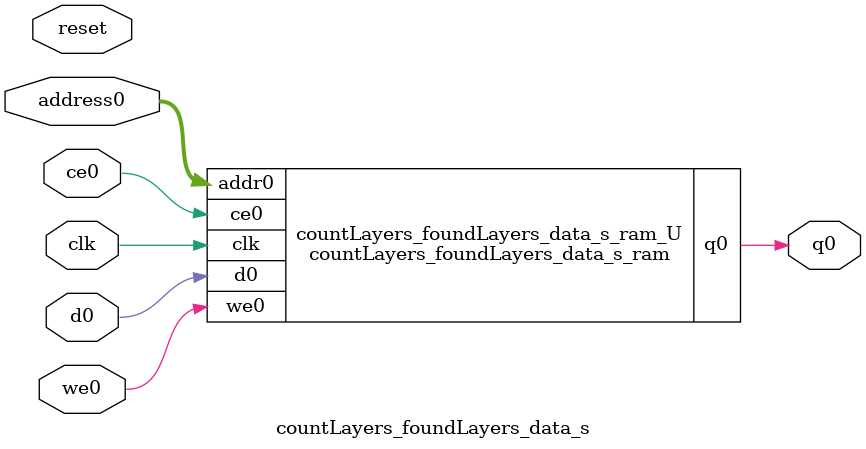
<source format=v>
`timescale 1 ns / 1 ps
module countLayers_foundLayers_data_s_ram (addr0, ce0, d0, we0, q0,  clk);

parameter DWIDTH = 1;
parameter AWIDTH = 5;
parameter MEM_SIZE = 30;

input[AWIDTH-1:0] addr0;
input ce0;
input[DWIDTH-1:0] d0;
input we0;
output reg[DWIDTH-1:0] q0;
input clk;

(* ram_style = "distributed" *)reg [DWIDTH-1:0] ram[0:MEM_SIZE-1];




always @(posedge clk)  
begin 
    if (ce0) 
    begin
        if (we0) 
        begin 
            ram[addr0] <= d0; 
        end 
        q0 <= ram[addr0];
    end
end


endmodule

`timescale 1 ns / 1 ps
module countLayers_foundLayers_data_s(
    reset,
    clk,
    address0,
    ce0,
    we0,
    d0,
    q0);

parameter DataWidth = 32'd1;
parameter AddressRange = 32'd30;
parameter AddressWidth = 32'd5;
input reset;
input clk;
input[AddressWidth - 1:0] address0;
input ce0;
input we0;
input[DataWidth - 1:0] d0;
output[DataWidth - 1:0] q0;



countLayers_foundLayers_data_s_ram countLayers_foundLayers_data_s_ram_U(
    .clk( clk ),
    .addr0( address0 ),
    .ce0( ce0 ),
    .we0( we0 ),
    .d0( d0 ),
    .q0( q0 ));

endmodule


</source>
